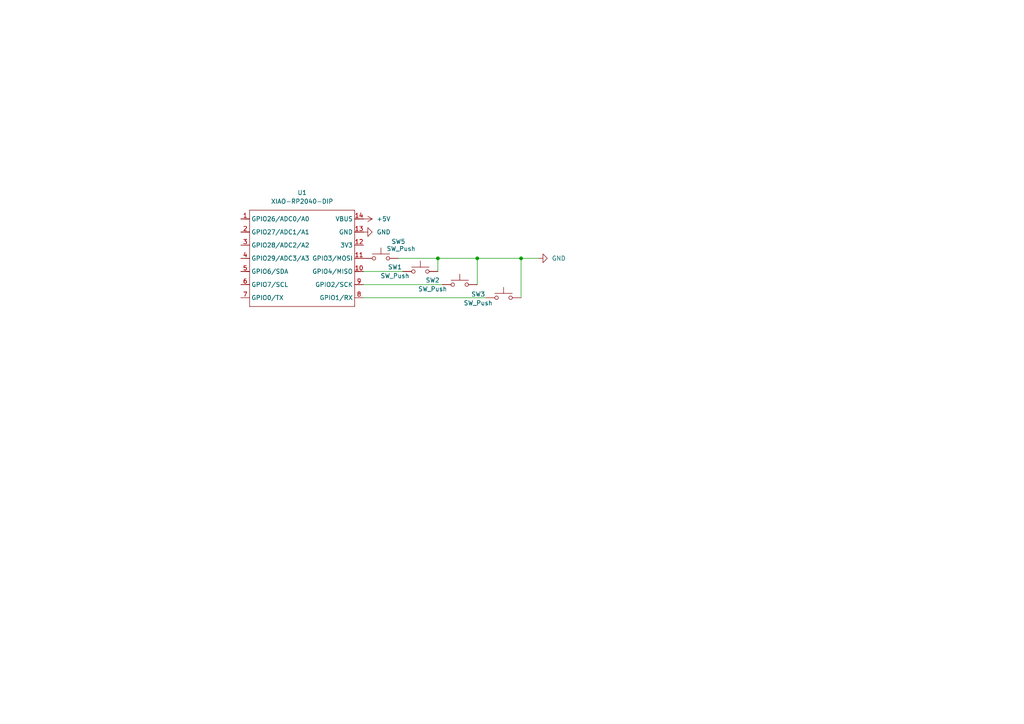
<source format=kicad_sch>
(kicad_sch
	(version 20250114)
	(generator "eeschema")
	(generator_version "9.0")
	(uuid "64cd4c48-d17e-4b6d-baea-c7343edc983d")
	(paper "A4")
	(lib_symbols
		(symbol "Seeed_Studio_XIAO_Series:XIAO-RP2040-DIP"
			(exclude_from_sim no)
			(in_bom yes)
			(on_board yes)
			(property "Reference" "U"
				(at 0 0 0)
				(effects
					(font
						(size 1.27 1.27)
					)
				)
			)
			(property "Value" "XIAO-RP2040-DIP"
				(at 5.334 -1.778 0)
				(effects
					(font
						(size 1.27 1.27)
					)
				)
			)
			(property "Footprint" "Module:MOUDLE14P-XIAO-DIP-SMD"
				(at 14.478 -32.258 0)
				(effects
					(font
						(size 1.27 1.27)
					)
					(hide yes)
				)
			)
			(property "Datasheet" ""
				(at 0 0 0)
				(effects
					(font
						(size 1.27 1.27)
					)
					(hide yes)
				)
			)
			(property "Description" ""
				(at 0 0 0)
				(effects
					(font
						(size 1.27 1.27)
					)
					(hide yes)
				)
			)
			(symbol "XIAO-RP2040-DIP_1_0"
				(polyline
					(pts
						(xy -1.27 -2.54) (xy 29.21 -2.54)
					)
					(stroke
						(width 0.1524)
						(type solid)
					)
					(fill
						(type none)
					)
				)
				(polyline
					(pts
						(xy -1.27 -5.08) (xy -2.54 -5.08)
					)
					(stroke
						(width 0.1524)
						(type solid)
					)
					(fill
						(type none)
					)
				)
				(polyline
					(pts
						(xy -1.27 -5.08) (xy -1.27 -2.54)
					)
					(stroke
						(width 0.1524)
						(type solid)
					)
					(fill
						(type none)
					)
				)
				(polyline
					(pts
						(xy -1.27 -8.89) (xy -2.54 -8.89)
					)
					(stroke
						(width 0.1524)
						(type solid)
					)
					(fill
						(type none)
					)
				)
				(polyline
					(pts
						(xy -1.27 -8.89) (xy -1.27 -5.08)
					)
					(stroke
						(width 0.1524)
						(type solid)
					)
					(fill
						(type none)
					)
				)
				(polyline
					(pts
						(xy -1.27 -12.7) (xy -2.54 -12.7)
					)
					(stroke
						(width 0.1524)
						(type solid)
					)
					(fill
						(type none)
					)
				)
				(polyline
					(pts
						(xy -1.27 -12.7) (xy -1.27 -8.89)
					)
					(stroke
						(width 0.1524)
						(type solid)
					)
					(fill
						(type none)
					)
				)
				(polyline
					(pts
						(xy -1.27 -16.51) (xy -2.54 -16.51)
					)
					(stroke
						(width 0.1524)
						(type solid)
					)
					(fill
						(type none)
					)
				)
				(polyline
					(pts
						(xy -1.27 -16.51) (xy -1.27 -12.7)
					)
					(stroke
						(width 0.1524)
						(type solid)
					)
					(fill
						(type none)
					)
				)
				(polyline
					(pts
						(xy -1.27 -20.32) (xy -2.54 -20.32)
					)
					(stroke
						(width 0.1524)
						(type solid)
					)
					(fill
						(type none)
					)
				)
				(polyline
					(pts
						(xy -1.27 -24.13) (xy -2.54 -24.13)
					)
					(stroke
						(width 0.1524)
						(type solid)
					)
					(fill
						(type none)
					)
				)
				(polyline
					(pts
						(xy -1.27 -27.94) (xy -2.54 -27.94)
					)
					(stroke
						(width 0.1524)
						(type solid)
					)
					(fill
						(type none)
					)
				)
				(polyline
					(pts
						(xy -1.27 -30.48) (xy -1.27 -16.51)
					)
					(stroke
						(width 0.1524)
						(type solid)
					)
					(fill
						(type none)
					)
				)
				(polyline
					(pts
						(xy 29.21 -2.54) (xy 29.21 -5.08)
					)
					(stroke
						(width 0.1524)
						(type solid)
					)
					(fill
						(type none)
					)
				)
				(polyline
					(pts
						(xy 29.21 -5.08) (xy 29.21 -8.89)
					)
					(stroke
						(width 0.1524)
						(type solid)
					)
					(fill
						(type none)
					)
				)
				(polyline
					(pts
						(xy 29.21 -8.89) (xy 29.21 -12.7)
					)
					(stroke
						(width 0.1524)
						(type solid)
					)
					(fill
						(type none)
					)
				)
				(polyline
					(pts
						(xy 29.21 -12.7) (xy 29.21 -30.48)
					)
					(stroke
						(width 0.1524)
						(type solid)
					)
					(fill
						(type none)
					)
				)
				(polyline
					(pts
						(xy 29.21 -30.48) (xy -1.27 -30.48)
					)
					(stroke
						(width 0.1524)
						(type solid)
					)
					(fill
						(type none)
					)
				)
				(polyline
					(pts
						(xy 30.48 -5.08) (xy 29.21 -5.08)
					)
					(stroke
						(width 0.1524)
						(type solid)
					)
					(fill
						(type none)
					)
				)
				(polyline
					(pts
						(xy 30.48 -8.89) (xy 29.21 -8.89)
					)
					(stroke
						(width 0.1524)
						(type solid)
					)
					(fill
						(type none)
					)
				)
				(polyline
					(pts
						(xy 30.48 -12.7) (xy 29.21 -12.7)
					)
					(stroke
						(width 0.1524)
						(type solid)
					)
					(fill
						(type none)
					)
				)
				(polyline
					(pts
						(xy 30.48 -16.51) (xy 29.21 -16.51)
					)
					(stroke
						(width 0.1524)
						(type solid)
					)
					(fill
						(type none)
					)
				)
				(polyline
					(pts
						(xy 30.48 -20.32) (xy 29.21 -20.32)
					)
					(stroke
						(width 0.1524)
						(type solid)
					)
					(fill
						(type none)
					)
				)
				(polyline
					(pts
						(xy 30.48 -24.13) (xy 29.21 -24.13)
					)
					(stroke
						(width 0.1524)
						(type solid)
					)
					(fill
						(type none)
					)
				)
				(polyline
					(pts
						(xy 30.48 -27.94) (xy 29.21 -27.94)
					)
					(stroke
						(width 0.1524)
						(type solid)
					)
					(fill
						(type none)
					)
				)
				(pin passive line
					(at -3.81 -5.08 0)
					(length 2.54)
					(name "GPIO26/ADC0/A0"
						(effects
							(font
								(size 1.27 1.27)
							)
						)
					)
					(number "1"
						(effects
							(font
								(size 1.27 1.27)
							)
						)
					)
				)
				(pin passive line
					(at -3.81 -8.89 0)
					(length 2.54)
					(name "GPIO27/ADC1/A1"
						(effects
							(font
								(size 1.27 1.27)
							)
						)
					)
					(number "2"
						(effects
							(font
								(size 1.27 1.27)
							)
						)
					)
				)
				(pin passive line
					(at -3.81 -12.7 0)
					(length 2.54)
					(name "GPIO28/ADC2/A2"
						(effects
							(font
								(size 1.27 1.27)
							)
						)
					)
					(number "3"
						(effects
							(font
								(size 1.27 1.27)
							)
						)
					)
				)
				(pin passive line
					(at -3.81 -16.51 0)
					(length 2.54)
					(name "GPIO29/ADC3/A3"
						(effects
							(font
								(size 1.27 1.27)
							)
						)
					)
					(number "4"
						(effects
							(font
								(size 1.27 1.27)
							)
						)
					)
				)
				(pin passive line
					(at -3.81 -20.32 0)
					(length 2.54)
					(name "GPIO6/SDA"
						(effects
							(font
								(size 1.27 1.27)
							)
						)
					)
					(number "5"
						(effects
							(font
								(size 1.27 1.27)
							)
						)
					)
				)
				(pin passive line
					(at -3.81 -24.13 0)
					(length 2.54)
					(name "GPIO7/SCL"
						(effects
							(font
								(size 1.27 1.27)
							)
						)
					)
					(number "6"
						(effects
							(font
								(size 1.27 1.27)
							)
						)
					)
				)
				(pin passive line
					(at -3.81 -27.94 0)
					(length 2.54)
					(name "GPIO0/TX"
						(effects
							(font
								(size 1.27 1.27)
							)
						)
					)
					(number "7"
						(effects
							(font
								(size 1.27 1.27)
							)
						)
					)
				)
				(pin passive line
					(at 31.75 -5.08 180)
					(length 2.54)
					(name "VBUS"
						(effects
							(font
								(size 1.27 1.27)
							)
						)
					)
					(number "14"
						(effects
							(font
								(size 1.27 1.27)
							)
						)
					)
				)
				(pin passive line
					(at 31.75 -8.89 180)
					(length 2.54)
					(name "GND"
						(effects
							(font
								(size 1.27 1.27)
							)
						)
					)
					(number "13"
						(effects
							(font
								(size 1.27 1.27)
							)
						)
					)
				)
				(pin passive line
					(at 31.75 -12.7 180)
					(length 2.54)
					(name "3V3"
						(effects
							(font
								(size 1.27 1.27)
							)
						)
					)
					(number "12"
						(effects
							(font
								(size 1.27 1.27)
							)
						)
					)
				)
				(pin passive line
					(at 31.75 -16.51 180)
					(length 2.54)
					(name "GPIO3/MOSI"
						(effects
							(font
								(size 1.27 1.27)
							)
						)
					)
					(number "11"
						(effects
							(font
								(size 1.27 1.27)
							)
						)
					)
				)
				(pin passive line
					(at 31.75 -20.32 180)
					(length 2.54)
					(name "GPIO4/MISO"
						(effects
							(font
								(size 1.27 1.27)
							)
						)
					)
					(number "10"
						(effects
							(font
								(size 1.27 1.27)
							)
						)
					)
				)
				(pin passive line
					(at 31.75 -24.13 180)
					(length 2.54)
					(name "GPIO2/SCK"
						(effects
							(font
								(size 1.27 1.27)
							)
						)
					)
					(number "9"
						(effects
							(font
								(size 1.27 1.27)
							)
						)
					)
				)
				(pin passive line
					(at 31.75 -27.94 180)
					(length 2.54)
					(name "GPIO1/RX"
						(effects
							(font
								(size 1.27 1.27)
							)
						)
					)
					(number "8"
						(effects
							(font
								(size 1.27 1.27)
							)
						)
					)
				)
			)
			(embedded_fonts no)
		)
		(symbol "Switch:SW_Push"
			(pin_numbers
				(hide yes)
			)
			(pin_names
				(offset 1.016)
				(hide yes)
			)
			(exclude_from_sim no)
			(in_bom yes)
			(on_board yes)
			(property "Reference" "SW"
				(at 1.27 2.54 0)
				(effects
					(font
						(size 1.27 1.27)
					)
					(justify left)
				)
			)
			(property "Value" "SW_Push"
				(at 0 -1.524 0)
				(effects
					(font
						(size 1.27 1.27)
					)
				)
			)
			(property "Footprint" ""
				(at 0 5.08 0)
				(effects
					(font
						(size 1.27 1.27)
					)
					(hide yes)
				)
			)
			(property "Datasheet" "~"
				(at 0 5.08 0)
				(effects
					(font
						(size 1.27 1.27)
					)
					(hide yes)
				)
			)
			(property "Description" "Push button switch, generic, two pins"
				(at 0 0 0)
				(effects
					(font
						(size 1.27 1.27)
					)
					(hide yes)
				)
			)
			(property "ki_keywords" "switch normally-open pushbutton push-button"
				(at 0 0 0)
				(effects
					(font
						(size 1.27 1.27)
					)
					(hide yes)
				)
			)
			(symbol "SW_Push_0_1"
				(circle
					(center -2.032 0)
					(radius 0.508)
					(stroke
						(width 0)
						(type default)
					)
					(fill
						(type none)
					)
				)
				(polyline
					(pts
						(xy 0 1.27) (xy 0 3.048)
					)
					(stroke
						(width 0)
						(type default)
					)
					(fill
						(type none)
					)
				)
				(circle
					(center 2.032 0)
					(radius 0.508)
					(stroke
						(width 0)
						(type default)
					)
					(fill
						(type none)
					)
				)
				(polyline
					(pts
						(xy 2.54 1.27) (xy -2.54 1.27)
					)
					(stroke
						(width 0)
						(type default)
					)
					(fill
						(type none)
					)
				)
				(pin passive line
					(at -5.08 0 0)
					(length 2.54)
					(name "1"
						(effects
							(font
								(size 1.27 1.27)
							)
						)
					)
					(number "1"
						(effects
							(font
								(size 1.27 1.27)
							)
						)
					)
				)
				(pin passive line
					(at 5.08 0 180)
					(length 2.54)
					(name "2"
						(effects
							(font
								(size 1.27 1.27)
							)
						)
					)
					(number "2"
						(effects
							(font
								(size 1.27 1.27)
							)
						)
					)
				)
			)
			(embedded_fonts no)
		)
		(symbol "power:+5V"
			(power)
			(pin_numbers
				(hide yes)
			)
			(pin_names
				(offset 0)
				(hide yes)
			)
			(exclude_from_sim no)
			(in_bom yes)
			(on_board yes)
			(property "Reference" "#PWR"
				(at 0 -3.81 0)
				(effects
					(font
						(size 1.27 1.27)
					)
					(hide yes)
				)
			)
			(property "Value" "+5V"
				(at 0 3.556 0)
				(effects
					(font
						(size 1.27 1.27)
					)
				)
			)
			(property "Footprint" ""
				(at 0 0 0)
				(effects
					(font
						(size 1.27 1.27)
					)
					(hide yes)
				)
			)
			(property "Datasheet" ""
				(at 0 0 0)
				(effects
					(font
						(size 1.27 1.27)
					)
					(hide yes)
				)
			)
			(property "Description" "Power symbol creates a global label with name \"+5V\""
				(at 0 0 0)
				(effects
					(font
						(size 1.27 1.27)
					)
					(hide yes)
				)
			)
			(property "ki_keywords" "global power"
				(at 0 0 0)
				(effects
					(font
						(size 1.27 1.27)
					)
					(hide yes)
				)
			)
			(symbol "+5V_0_1"
				(polyline
					(pts
						(xy -0.762 1.27) (xy 0 2.54)
					)
					(stroke
						(width 0)
						(type default)
					)
					(fill
						(type none)
					)
				)
				(polyline
					(pts
						(xy 0 2.54) (xy 0.762 1.27)
					)
					(stroke
						(width 0)
						(type default)
					)
					(fill
						(type none)
					)
				)
				(polyline
					(pts
						(xy 0 0) (xy 0 2.54)
					)
					(stroke
						(width 0)
						(type default)
					)
					(fill
						(type none)
					)
				)
			)
			(symbol "+5V_1_1"
				(pin power_in line
					(at 0 0 90)
					(length 0)
					(name "~"
						(effects
							(font
								(size 1.27 1.27)
							)
						)
					)
					(number "1"
						(effects
							(font
								(size 1.27 1.27)
							)
						)
					)
				)
			)
			(embedded_fonts no)
		)
		(symbol "power:GND"
			(power)
			(pin_numbers
				(hide yes)
			)
			(pin_names
				(offset 0)
				(hide yes)
			)
			(exclude_from_sim no)
			(in_bom yes)
			(on_board yes)
			(property "Reference" "#PWR"
				(at 0 -6.35 0)
				(effects
					(font
						(size 1.27 1.27)
					)
					(hide yes)
				)
			)
			(property "Value" "GND"
				(at 0 -3.81 0)
				(effects
					(font
						(size 1.27 1.27)
					)
				)
			)
			(property "Footprint" ""
				(at 0 0 0)
				(effects
					(font
						(size 1.27 1.27)
					)
					(hide yes)
				)
			)
			(property "Datasheet" ""
				(at 0 0 0)
				(effects
					(font
						(size 1.27 1.27)
					)
					(hide yes)
				)
			)
			(property "Description" "Power symbol creates a global label with name \"GND\" , ground"
				(at 0 0 0)
				(effects
					(font
						(size 1.27 1.27)
					)
					(hide yes)
				)
			)
			(property "ki_keywords" "global power"
				(at 0 0 0)
				(effects
					(font
						(size 1.27 1.27)
					)
					(hide yes)
				)
			)
			(symbol "GND_0_1"
				(polyline
					(pts
						(xy 0 0) (xy 0 -1.27) (xy 1.27 -1.27) (xy 0 -2.54) (xy -1.27 -1.27) (xy 0 -1.27)
					)
					(stroke
						(width 0)
						(type default)
					)
					(fill
						(type none)
					)
				)
			)
			(symbol "GND_1_1"
				(pin power_in line
					(at 0 0 270)
					(length 0)
					(name "~"
						(effects
							(font
								(size 1.27 1.27)
							)
						)
					)
					(number "1"
						(effects
							(font
								(size 1.27 1.27)
							)
						)
					)
				)
			)
			(embedded_fonts no)
		)
	)
	(junction
		(at 138.43 74.93)
		(diameter 0)
		(color 0 0 0 0)
		(uuid "509ff71b-867c-427d-9d5a-b3c0d027d4fb")
	)
	(junction
		(at 127 74.93)
		(diameter 0)
		(color 0 0 0 0)
		(uuid "6396070d-cb00-4180-bc10-64a27a6b9c20")
	)
	(junction
		(at 151.13 74.93)
		(diameter 0)
		(color 0 0 0 0)
		(uuid "c92d6bdf-a660-4e1c-bb3f-724a939629d1")
	)
	(wire
		(pts
			(xy 151.13 86.36) (xy 151.13 74.93)
		)
		(stroke
			(width 0)
			(type default)
		)
		(uuid "086745c0-61f2-42f0-92e3-98f8061bfc85")
	)
	(wire
		(pts
			(xy 151.13 74.93) (xy 156.21 74.93)
		)
		(stroke
			(width 0)
			(type default)
		)
		(uuid "2216e252-ff15-4cea-9fdf-8ef31600165f")
	)
	(wire
		(pts
			(xy 115.57 74.93) (xy 127 74.93)
		)
		(stroke
			(width 0)
			(type default)
		)
		(uuid "640fb392-2d40-40d8-a753-c7c2614d34f0")
	)
	(wire
		(pts
			(xy 105.41 82.55) (xy 128.27 82.55)
		)
		(stroke
			(width 0)
			(type default)
		)
		(uuid "6eb52f95-c1e0-4fdd-9698-f4b8315488e4")
	)
	(wire
		(pts
			(xy 138.43 74.93) (xy 151.13 74.93)
		)
		(stroke
			(width 0)
			(type default)
		)
		(uuid "6f1303af-2ade-48c2-9666-299597343d96")
	)
	(wire
		(pts
			(xy 127 74.93) (xy 138.43 74.93)
		)
		(stroke
			(width 0)
			(type default)
		)
		(uuid "75981ff0-4a8e-41d3-9322-9c786852bdf5")
	)
	(wire
		(pts
			(xy 138.43 74.93) (xy 138.43 82.55)
		)
		(stroke
			(width 0)
			(type default)
		)
		(uuid "d6e582ea-ea21-4656-860c-107b515ded52")
	)
	(wire
		(pts
			(xy 127 74.93) (xy 127 78.74)
		)
		(stroke
			(width 0)
			(type default)
		)
		(uuid "e9a36cdc-9c3a-46d4-ba01-9ca5a362b2dc")
	)
	(wire
		(pts
			(xy 105.41 86.36) (xy 140.97 86.36)
		)
		(stroke
			(width 0)
			(type default)
		)
		(uuid "ec49449c-8617-495a-82c2-def4023f3d64")
	)
	(wire
		(pts
			(xy 105.41 78.74) (xy 116.84 78.74)
		)
		(stroke
			(width 0)
			(type default)
		)
		(uuid "fd69069d-be28-49d8-bc93-208fc70e2f4f")
	)
	(symbol
		(lib_id "power:+5V")
		(at 105.41 63.5 270)
		(unit 1)
		(exclude_from_sim no)
		(in_bom yes)
		(on_board yes)
		(dnp no)
		(uuid "24deb439-275f-4c7d-a4b4-38344bb301cb")
		(property "Reference" "#PWR04"
			(at 101.6 63.5 0)
			(effects
				(font
					(size 1.27 1.27)
				)
				(hide yes)
			)
		)
		(property "Value" "+5V"
			(at 109.22 63.4999 90)
			(effects
				(font
					(size 1.27 1.27)
				)
				(justify left)
			)
		)
		(property "Footprint" ""
			(at 105.41 63.5 0)
			(effects
				(font
					(size 1.27 1.27)
				)
				(hide yes)
			)
		)
		(property "Datasheet" ""
			(at 105.41 63.5 0)
			(effects
				(font
					(size 1.27 1.27)
				)
				(hide yes)
			)
		)
		(property "Description" "Power symbol creates a global label with name \"+5V\""
			(at 105.41 63.5 0)
			(effects
				(font
					(size 1.27 1.27)
				)
				(hide yes)
			)
		)
		(pin "1"
			(uuid "a71a6be2-2f17-4b1d-8231-4d0139944afe")
		)
		(instances
			(project ""
				(path "/64cd4c48-d17e-4b6d-baea-c7343edc983d"
					(reference "#PWR04")
					(unit 1)
				)
			)
		)
	)
	(symbol
		(lib_id "Switch:SW_Push")
		(at 146.05 86.36 0)
		(unit 1)
		(exclude_from_sim no)
		(in_bom yes)
		(on_board yes)
		(dnp no)
		(uuid "52ff03c0-f780-4a63-9ede-baabc99c6ed8")
		(property "Reference" "SW3"
			(at 138.684 85.344 0)
			(effects
				(font
					(size 1.27 1.27)
				)
			)
		)
		(property "Value" "SW_Push"
			(at 138.684 87.884 0)
			(effects
				(font
					(size 1.27 1.27)
				)
			)
		)
		(property "Footprint" "Button_Switch_Keyboard:SW_Cherry_MX_1.00u_PCB"
			(at 146.05 81.28 0)
			(effects
				(font
					(size 1.27 1.27)
				)
				(hide yes)
			)
		)
		(property "Datasheet" "~"
			(at 146.05 81.28 0)
			(effects
				(font
					(size 1.27 1.27)
				)
				(hide yes)
			)
		)
		(property "Description" "Push button switch, generic, two pins"
			(at 146.05 86.36 0)
			(effects
				(font
					(size 1.27 1.27)
				)
				(hide yes)
			)
		)
		(pin "1"
			(uuid "f37a47b5-7c02-49a2-8fd7-dc3b129ed7e1")
		)
		(pin "2"
			(uuid "6c0514c6-b7f1-49b9-ae24-d58f0772a8f1")
		)
		(instances
			(project "macropad"
				(path "/64cd4c48-d17e-4b6d-baea-c7343edc983d"
					(reference "SW3")
					(unit 1)
				)
			)
		)
	)
	(symbol
		(lib_id "Seeed_Studio_XIAO_Series:XIAO-RP2040-DIP")
		(at 73.66 58.42 0)
		(unit 1)
		(exclude_from_sim no)
		(in_bom yes)
		(on_board yes)
		(dnp no)
		(fields_autoplaced yes)
		(uuid "5925e813-1875-4342-96eb-3447229825f5")
		(property "Reference" "U1"
			(at 87.63 55.88 0)
			(effects
				(font
					(size 1.27 1.27)
				)
			)
		)
		(property "Value" "XIAO-RP2040-DIP"
			(at 87.63 58.42 0)
			(effects
				(font
					(size 1.27 1.27)
				)
			)
		)
		(property "Footprint" "Seeed Studio XIAO Series Library:XIAO-RP2040-DIP"
			(at 88.138 90.678 0)
			(effects
				(font
					(size 1.27 1.27)
				)
				(hide yes)
			)
		)
		(property "Datasheet" ""
			(at 73.66 58.42 0)
			(effects
				(font
					(size 1.27 1.27)
				)
				(hide yes)
			)
		)
		(property "Description" ""
			(at 73.66 58.42 0)
			(effects
				(font
					(size 1.27 1.27)
				)
				(hide yes)
			)
		)
		(pin "10"
			(uuid "63ae0074-225b-4fa7-b3da-b9297bd1676f")
		)
		(pin "8"
			(uuid "4398defb-adc5-459c-bb44-831418d0dbba")
		)
		(pin "12"
			(uuid "be30a471-27ac-4d59-8377-4ab94969e53b")
		)
		(pin "4"
			(uuid "4102dd99-9eb0-4d4f-ae9f-635afca7f56b")
		)
		(pin "7"
			(uuid "e5bf199a-5097-445e-b08a-12fb143d65c7")
		)
		(pin "13"
			(uuid "8d6df8bb-6719-4a1e-95fa-4c0daf7abc38")
		)
		(pin "14"
			(uuid "98a64699-8a46-48c9-8a02-6c172ce1908b")
		)
		(pin "6"
			(uuid "a386de36-9a7a-4674-87ba-5e77afad5e4a")
		)
		(pin "3"
			(uuid "d6ab9835-5263-4a24-8469-86ee4a749a4e")
		)
		(pin "1"
			(uuid "10633582-b76a-4c93-930c-5e8dd9c9c70f")
		)
		(pin "5"
			(uuid "8ff966fb-ad4a-4d44-adf7-5871c1ffad06")
		)
		(pin "11"
			(uuid "4aa1f3b2-8b0c-4d17-b8ea-6c9b443365dc")
		)
		(pin "2"
			(uuid "f32a675e-2d3c-46b7-9550-5c1360fa3fb1")
		)
		(pin "9"
			(uuid "ff95b405-06fb-4b5e-aa79-bbc6135ac633")
		)
		(instances
			(project ""
				(path "/64cd4c48-d17e-4b6d-baea-c7343edc983d"
					(reference "U1")
					(unit 1)
				)
			)
		)
	)
	(symbol
		(lib_id "power:GND")
		(at 156.21 74.93 90)
		(unit 1)
		(exclude_from_sim no)
		(in_bom yes)
		(on_board yes)
		(dnp no)
		(uuid "77f736f0-b317-423d-a24a-d645e6e78ec7")
		(property "Reference" "#PWR01"
			(at 162.56 74.93 0)
			(effects
				(font
					(size 1.27 1.27)
				)
				(hide yes)
			)
		)
		(property "Value" "GND"
			(at 160.02 74.9299 90)
			(effects
				(font
					(size 1.27 1.27)
				)
				(justify right)
			)
		)
		(property "Footprint" ""
			(at 156.21 74.93 0)
			(effects
				(font
					(size 1.27 1.27)
				)
				(hide yes)
			)
		)
		(property "Datasheet" ""
			(at 156.21 74.93 0)
			(effects
				(font
					(size 1.27 1.27)
				)
				(hide yes)
			)
		)
		(property "Description" "Power symbol creates a global label with name \"GND\" , ground"
			(at 156.21 74.93 0)
			(effects
				(font
					(size 1.27 1.27)
				)
				(hide yes)
			)
		)
		(pin "1"
			(uuid "29b0e5b5-7650-4d93-a7bb-c03eaa2d2cc3")
		)
		(instances
			(project "macropad"
				(path "/64cd4c48-d17e-4b6d-baea-c7343edc983d"
					(reference "#PWR01")
					(unit 1)
				)
			)
		)
	)
	(symbol
		(lib_id "Switch:SW_Push")
		(at 121.92 78.74 0)
		(unit 1)
		(exclude_from_sim no)
		(in_bom yes)
		(on_board yes)
		(dnp no)
		(uuid "8e4ad961-de99-40db-8b67-01c0196c4767")
		(property "Reference" "SW1"
			(at 114.554 77.47 0)
			(effects
				(font
					(size 1.27 1.27)
				)
			)
		)
		(property "Value" "SW_Push"
			(at 114.554 80.01 0)
			(effects
				(font
					(size 1.27 1.27)
				)
			)
		)
		(property "Footprint" "Button_Switch_Keyboard:SW_Cherry_MX_1.00u_PCB"
			(at 121.92 73.66 0)
			(effects
				(font
					(size 1.27 1.27)
				)
				(hide yes)
			)
		)
		(property "Datasheet" "~"
			(at 121.92 73.66 0)
			(effects
				(font
					(size 1.27 1.27)
				)
				(hide yes)
			)
		)
		(property "Description" "Push button switch, generic, two pins"
			(at 121.92 78.74 0)
			(effects
				(font
					(size 1.27 1.27)
				)
				(hide yes)
			)
		)
		(pin "1"
			(uuid "48d055f6-3efc-40c3-9675-b172907e4324")
		)
		(pin "2"
			(uuid "b704766d-c9d2-487b-9583-13ec4b56b34d")
		)
		(instances
			(project "macropad"
				(path "/64cd4c48-d17e-4b6d-baea-c7343edc983d"
					(reference "SW1")
					(unit 1)
				)
			)
		)
	)
	(symbol
		(lib_id "power:GND")
		(at 105.41 67.31 90)
		(unit 1)
		(exclude_from_sim no)
		(in_bom yes)
		(on_board yes)
		(dnp no)
		(uuid "93f4334a-a39a-43ea-8319-fe6e90c7015d")
		(property "Reference" "#PWR02"
			(at 111.76 67.31 0)
			(effects
				(font
					(size 1.27 1.27)
				)
				(hide yes)
			)
		)
		(property "Value" "GND"
			(at 109.22 67.3099 90)
			(effects
				(font
					(size 1.27 1.27)
				)
				(justify right)
			)
		)
		(property "Footprint" ""
			(at 105.41 67.31 0)
			(effects
				(font
					(size 1.27 1.27)
				)
				(hide yes)
			)
		)
		(property "Datasheet" ""
			(at 105.41 67.31 0)
			(effects
				(font
					(size 1.27 1.27)
				)
				(hide yes)
			)
		)
		(property "Description" "Power symbol creates a global label with name \"GND\" , ground"
			(at 105.41 67.31 0)
			(effects
				(font
					(size 1.27 1.27)
				)
				(hide yes)
			)
		)
		(pin "1"
			(uuid "10be8e4e-9bcb-4030-b8d2-bc7e17e2d171")
		)
		(instances
			(project "macropad"
				(path "/64cd4c48-d17e-4b6d-baea-c7343edc983d"
					(reference "#PWR02")
					(unit 1)
				)
			)
		)
	)
	(symbol
		(lib_id "Switch:SW_Push")
		(at 133.35 82.55 0)
		(unit 1)
		(exclude_from_sim no)
		(in_bom yes)
		(on_board yes)
		(dnp no)
		(uuid "ab3bf7d9-dc3a-4691-a70c-6c0396a775cd")
		(property "Reference" "SW2"
			(at 125.476 81.28 0)
			(effects
				(font
					(size 1.27 1.27)
				)
			)
		)
		(property "Value" "SW_Push"
			(at 125.476 83.82 0)
			(effects
				(font
					(size 1.27 1.27)
				)
			)
		)
		(property "Footprint" "Button_Switch_Keyboard:SW_Cherry_MX_1.00u_PCB"
			(at 133.35 77.47 0)
			(effects
				(font
					(size 1.27 1.27)
				)
				(hide yes)
			)
		)
		(property "Datasheet" "~"
			(at 133.35 77.47 0)
			(effects
				(font
					(size 1.27 1.27)
				)
				(hide yes)
			)
		)
		(property "Description" "Push button switch, generic, two pins"
			(at 133.35 82.55 0)
			(effects
				(font
					(size 1.27 1.27)
				)
				(hide yes)
			)
		)
		(pin "1"
			(uuid "2349071a-b3f0-478e-b205-5abc9ab8d531")
		)
		(pin "2"
			(uuid "b61e77ae-40b7-40ec-a9f2-ba9aefa3b60f")
		)
		(instances
			(project "macropad"
				(path "/64cd4c48-d17e-4b6d-baea-c7343edc983d"
					(reference "SW2")
					(unit 1)
				)
			)
		)
	)
	(symbol
		(lib_id "Switch:SW_Push")
		(at 110.49 74.93 0)
		(unit 1)
		(exclude_from_sim no)
		(in_bom yes)
		(on_board yes)
		(dnp no)
		(uuid "d8145536-30f0-4a20-bdc1-ba4130939642")
		(property "Reference" "SW5"
			(at 117.602 69.342 0)
			(effects
				(font
					(size 1.27 1.27)
				)
				(justify right top)
			)
		)
		(property "Value" "SW_Push"
			(at 116.332 72.136 0)
			(effects
				(font
					(size 1.27 1.27)
				)
			)
		)
		(property "Footprint" "Button_Switch_Keyboard:SW_Cherry_MX_1.00u_PCB"
			(at 110.49 69.85 0)
			(effects
				(font
					(size 1.27 1.27)
				)
				(hide yes)
			)
		)
		(property "Datasheet" "~"
			(at 110.49 69.85 0)
			(effects
				(font
					(size 1.27 1.27)
				)
				(hide yes)
			)
		)
		(property "Description" "Push button switch, generic, two pins"
			(at 110.49 74.93 0)
			(effects
				(font
					(size 1.27 1.27)
				)
				(hide yes)
			)
		)
		(pin "1"
			(uuid "ede66360-ecce-4aae-a5a3-c20f69f24812")
		)
		(pin "2"
			(uuid "2ef8e804-ab20-46ee-a07f-2eb6236eb6b0")
		)
		(instances
			(project "macropad"
				(path "/64cd4c48-d17e-4b6d-baea-c7343edc983d"
					(reference "SW5")
					(unit 1)
				)
			)
		)
	)
	(sheet_instances
		(path "/"
			(page "1")
		)
	)
	(embedded_fonts no)
)

</source>
